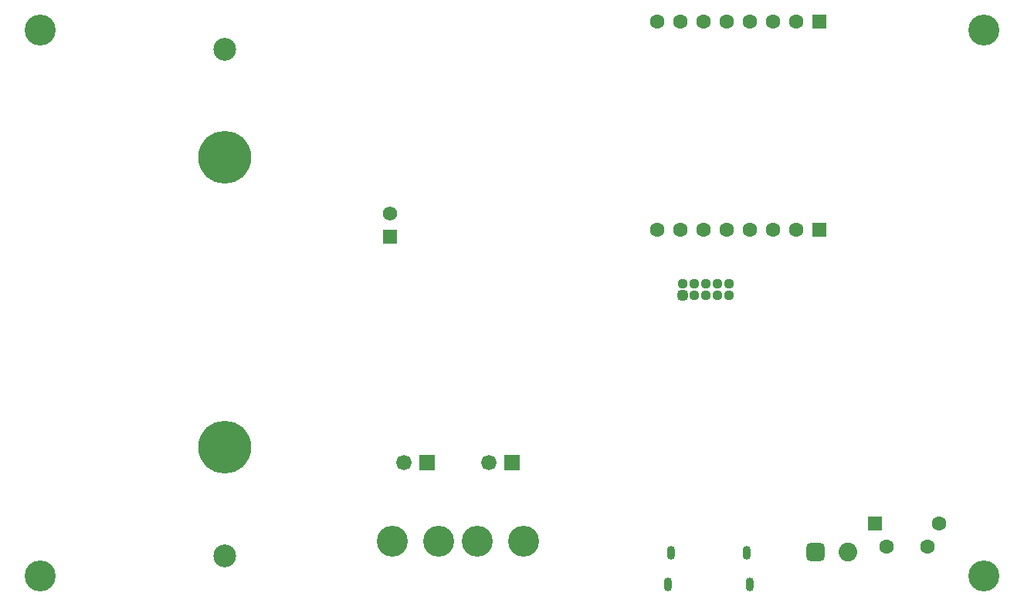
<source format=gbr>
%TF.GenerationSoftware,Altium Limited,Altium Designer,24.7.2 (38)*%
G04 Layer_Color=16711935*
%FSLAX45Y45*%
%MOMM*%
%TF.SameCoordinates,33B871D1-E8D8-480E-9A2D-2420748CAAD8*%
%TF.FilePolarity,Negative*%
%TF.FileFunction,Soldermask,Bot*%
%TF.Part,Single*%
G01*
G75*
%TA.AperFunction,ComponentPad*%
%ADD79C,0.10000*%
%ADD80C,1.57000*%
%ADD81R,1.57000X1.57000*%
%ADD84C,1.69000*%
%ADD85R,1.69000X1.69000*%
%ADD86C,3.40000*%
%ADD154R,1.60000X1.60000*%
%ADD155C,1.60000*%
%ADD156O,0.90000X1.50000*%
%ADD157C,2.50000*%
%ADD158C,5.80000*%
%ADD159C,3.40000*%
%ADD160C,1.11600*%
G04:AMPARAMS|DCode=161|XSize=1.116mm|YSize=1.116mm|CornerRadius=0.304mm|HoleSize=0mm|Usage=FLASHONLY|Rotation=0.000|XOffset=0mm|YOffset=0mm|HoleType=Round|Shape=RoundedRectangle|*
%AMROUNDEDRECTD161*
21,1,1.11600,0.50800,0,0,0.0*
21,1,0.50800,1.11600,0,0,0.0*
1,1,0.60800,0.25400,-0.25400*
1,1,0.60800,-0.25400,-0.25400*
1,1,0.60800,-0.25400,0.25400*
1,1,0.60800,0.25400,0.25400*
%
%ADD161ROUNDEDRECTD161*%
G04:AMPARAMS|DCode=162|XSize=2.05mm|YSize=2.05mm|CornerRadius=0.5375mm|HoleSize=0mm|Usage=FLASHONLY|Rotation=0.000|XOffset=0mm|YOffset=0mm|HoleType=Round|Shape=RoundedRectangle|*
%AMROUNDEDRECTD162*
21,1,2.05000,0.97500,0,0,0.0*
21,1,0.97500,2.05000,0,0,0.0*
1,1,1.07500,0.48750,-0.48750*
1,1,1.07500,-0.48750,-0.48750*
1,1,1.07500,-0.48750,0.48750*
1,1,1.07500,0.48750,0.48750*
%
%ADD162ROUNDEDRECTD162*%
%ADD163C,2.05000*%
D79*
X8046000Y730000D02*
D03*
X7326000D02*
D03*
D80*
X4190000Y4327000D02*
D03*
D81*
Y4073000D02*
D03*
D84*
X5269000Y1595000D02*
D03*
X4343000Y1598500D02*
D03*
D85*
X5523000Y1595000D02*
D03*
X4597000Y1598500D02*
D03*
D86*
X5142000Y731000D02*
D03*
X5650000D02*
D03*
X4216000Y734500D02*
D03*
X4724000D02*
D03*
D154*
X8900000Y6436000D02*
D03*
Y4150000D02*
D03*
X9505000Y925000D02*
D03*
D155*
X8646000Y6436000D02*
D03*
X8392000D02*
D03*
X8138000D02*
D03*
X7884000D02*
D03*
X7630000D02*
D03*
X7376000D02*
D03*
X7122000D02*
D03*
X8646000Y4150000D02*
D03*
X8392000D02*
D03*
X8138000D02*
D03*
X7884000D02*
D03*
X7630000D02*
D03*
X7376000D02*
D03*
X7122000D02*
D03*
X9630000Y675000D02*
D03*
X10080000D02*
D03*
X10205000Y925000D02*
D03*
D156*
X8135000Y260000D02*
D03*
X7237000D02*
D03*
X8099000Y605000D02*
D03*
X7273000D02*
D03*
D157*
X2380000Y6135000D02*
D03*
Y575000D02*
D03*
D158*
Y4945000D02*
D03*
Y1765000D02*
D03*
D159*
X10700000Y6350000D02*
D03*
Y350000D02*
D03*
X350000D02*
D03*
Y6350000D02*
D03*
D160*
X7904000Y3562000D02*
D03*
Y3435000D02*
D03*
X7777000Y3562000D02*
D03*
Y3435000D02*
D03*
X7650000Y3562000D02*
D03*
Y3435000D02*
D03*
X7523000Y3562000D02*
D03*
Y3435000D02*
D03*
X7396000Y3562000D02*
D03*
D161*
Y3435000D02*
D03*
D162*
X8855000Y615000D02*
D03*
D163*
X9205000D02*
D03*
%TF.MD5,24790046a95c1851fb3b3e26248fd4b2*%
M02*

</source>
